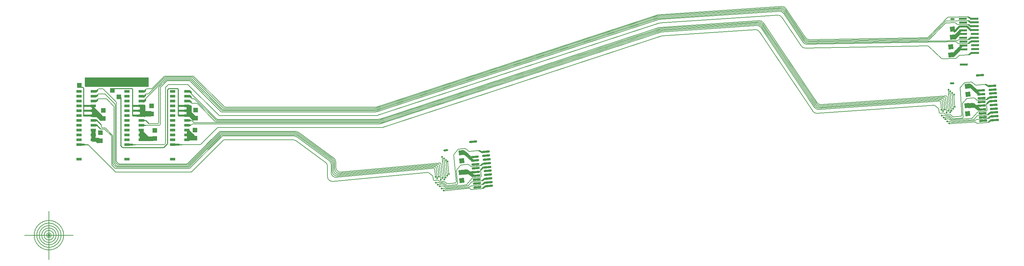
<source format=gbr>
*
G4_C Author: OrCAD GerbTool(tm) 8.1.1 Wed Jun 18 20:29:13 2003*
%LPD*%
%FSLAX34Y34*%
%MOIN*%
%AD*%
%AMD25R98*
20,1,0.025000,0.000000,-0.035000,0.000000,0.035000,98.600000*
%
%AMD10R98*
20,1,0.050000,-0.025000,0.000000,0.025000,0.000000,98.600000*
%
%AMD25R98N2*
20,1,0.025000,0.000000,-0.035000,0.000000,0.035000,98.600000*
%
%AMD10R98N2*
20,1,0.050000,-0.025000,0.000000,0.025000,0.000000,98.600000*
%
%AMD25R86*
20,1,0.025000,0.000000,-0.035000,0.000000,0.035000,86.080000*
%
%AMD10R86*
20,1,0.050000,-0.025000,0.000000,0.025000,0.000000,86.080000*
%
%AMD16R5*
20,1,0.025000,-0.035000,0.000000,0.035000,0.000000,5.450000*
%
%AMD10R5*
20,1,0.050000,-0.025000,0.000000,0.025000,0.000000,5.450000*
%
%AMD16R5N2*
20,1,0.025000,-0.035000,0.000000,0.035000,0.000000,5.450000*
%
%AMD10R5N2*
20,1,0.050000,-0.025000,0.000000,0.025000,0.000000,5.450000*
%
%AMD32R3*
20,1,0.025000,0.034920,-0.002390,-0.034920,0.002390,3.950000*
%
%AMD33R3*
20,1,0.050000,-0.001710,-0.024940,0.001710,0.024940,3.950000*
%
%AMD32R3N2*
20,1,0.025000,0.034920,-0.002390,-0.034920,0.002390,3.910000*
%
%AMD33R3N2*
20,1,0.050000,-0.001710,-0.024940,0.001710,0.024940,3.910000*
%
%AMD32R3N3*
20,1,0.025000,0.034920,-0.002390,-0.034920,0.002390,3.920000*
%
%AMD33R3N3*
20,1,0.050000,-0.001710,-0.024940,0.001710,0.024940,3.920000*
%
%AMD29R84*
20,1,0.022000,0.000000,-0.040000,0.000000,0.040000,84.000000*
%
%AMD54R84*
20,1,0.050000,-0.025000,0.000000,0.025000,0.000000,84.000000*
%
%AMD56R11*
20,1,0.022000,0.039780,-0.004180,-0.039780,0.004180,11.300000*
%
%AMD57R11*
20,1,0.050000,-0.002610,-0.024860,0.002610,0.024860,11.300000*
%
%AMD257R1*
20,1,0.022000,-0.040000,0.000000,0.040000,0.000000,1.000000*
%
%AMD54R1*
20,1,0.050000,-0.025000,0.000000,0.025000,0.000000,1.000000*
%
%AMD257R1N2*
20,1,0.022000,-0.040000,0.000000,0.040000,0.000000,1.000000*
%
%AMD54R1N2*
20,1,0.050000,-0.025000,0.000000,0.025000,0.000000,1.000000*
%
%AMD62R1*
20,1,0.022000,-0.039990,-0.000700,0.039990,0.000700,1.000000*
%
%AMD63R1*
20,1,0.050000,-0.025000,-0.000440,0.025000,0.000440,1.000000*
%
%AMD64R1*
20,1,0.022000,-0.039970,-0.001400,0.039970,0.001400,1.000000*
%
%AMD65R1*
20,1,0.050000,-0.024990,-0.000880,0.024990,0.000880,1.000000*
%
%AMD66R1*
20,1,0.022000,-0.039940,-0.002100,0.039940,0.002100,1.000000*
%
%AMD67R1*
20,1,0.050000,-0.024970,-0.001320,0.024970,0.001320,1.000000*
%
%ADD10R,0.050000X0.050000*%
%ADD11C,0.006000*%
%ADD12C,0.019000*%
%ADD13C,0.007900*%
%ADD14C,0.005000*%
%ADD15C,0.000800*%
%ADD16R,0.070000X0.025000*%
%ADD17R,0.068000X0.023000*%
%ADD18C,0.006000*%
%ADD19C,0.009800*%
%ADD20C,0.010000*%
%ADD21C,0.030000*%
%ADD22C,0.060000*%
%ADD23C,0.035000*%
%ADD24C,0.055000*%
%ADD25R,0.025000X0.070000*%
%ADD26C,0.010000*%
%ADD27R,0.029000X0.058000*%
%ADD28R,0.031000X0.060000*%
%ADD29R,0.022000X0.080000*%
%ADD30R,0.024000X0.082000*%
%ADD31D10R98N2*%
%ADD32D25R86*%
%ADD33D10R86*%
%ADD34D16R5*%
%ADD35D10R5*%
%ADD36D16R5N2*%
%ADD37D10R5N2*%
%ADD38D25R98N2*%
%ADD39D10R98N2*%
%ADD40D25R86*%
%ADD41D10R86*%
%ADD42D16R5*%
%ADD43D10R5*%
%ADD44D16R5N2*%
%ADD45D10R5N2*%
%ADD46D32R3*%
%ADD47D33R3*%
%ADD48R,0.070000X0.025000*%
%ADD49D33R3N2*%
%ADD50C,0.011000*%
%ADD51C,0.036000*%
%ADD52C,0.015000*%
%ADD53R,0.070000X0.025000*%
%ADD54R,0.050000X0.050000*%
%ADD55C,0.010000*%
%ADD56D29R84*%
%ADD57D54R84*%
%ADD58D56R11*%
%ADD59D57R11*%
%ADD60D257R1*%
%ADD61D54R1*%
%ADD62D257R1N2*%
%ADD63D54R1N2*%
%ADD64D62R1*%
%ADD65D63R1*%
%ADD66D64R1*%
%ADD67D65R1*%
%ADD68D66R1*%
%ADD69D67R1*%
%ADD256R,0.058000X0.029000*%
%ADD257R,0.080000X0.022000*%
G4_C OrCAD GerbTool Tool List *
G4_D50 1 0.0110 T 0 0*
G4_D51 3 0.0360 T 0 0*
G4_D52 2 0.0150 T 0 0*
G54D14*
G1X-2258Y-8472D2*
G1X-2258Y-3472D1*
G1X-4758Y-5972D2*
G1X242Y-5972D1*
G1X-2258Y-8472D2*
G1X-2258Y-3472D1*
G1X-4758Y-5972D2*
G1X242Y-5972D1*
G1X-2258Y-6722D2*
G3X-1508Y-5972I0J750D1*
G1X-3008Y-5972D2*
G3X-2258Y-6722I750J0D1*
G1X-2258Y-5222D2*
G3X-3008Y-5972I0J750D1*
G1X-1508Y-5972D2*
G3X-2258Y-5222I750J0D1*
G1X-2258Y-6722D2*
G3X-1508Y-5972I0J750D1*
G1X-3008Y-5972D2*
G3X-2258Y-6722I750J0D1*
G1X-2258Y-5222D2*
G3X-3008Y-5972I0J750D1*
G1X-1508Y-5972D2*
G3X-2258Y-5222I750J0D1*
G1X-2258Y-6222D2*
G3X-2008Y-5972I0J250D1*
G1X-2508Y-5972D2*
G3X-2258Y-6222I250J0D1*
G1X-2258Y-5722D2*
G3X-2508Y-5972I0J250D1*
G1X-2008Y-5972D2*
G3X-2258Y-5722I250J0D1*
G1X-2258Y-6972D2*
G3X-1258Y-5972I0J1000D1*
G1X-3258Y-5972D2*
G3X-2258Y-6972I1000J0D1*
G1X-2258Y-4972D2*
G3X-3258Y-5972I0J1000D1*
G1X-1258Y-5972D2*
G3X-2258Y-4972I1000J0D1*
G1X-2258Y-7492D2*
G3X-738Y-5972I0J1520D1*
G1X-3778Y-5972D2*
G3X-2258Y-7492I1520J0D1*
G1X-2258Y-4451D2*
G3X-3779Y-5972I0J1521D1*
G1X-737Y-5972D2*
G3X-2258Y-4451I1521J0D1*
G1X-2258Y-6472D2*
G3X-1758Y-5972I0J500D1*
G1X-2758Y-5972D2*
G3X-2258Y-6472I500J0D1*
G1X-2258Y-5472D2*
G3X-2758Y-5972I0J500D1*
G1X-1758Y-5972D2*
G3X-2258Y-5472I500J0D1*
G1X-2258Y-6972D2*
G3X-1258Y-5972I0J1000D1*
G1X-3258Y-5972D2*
G3X-2258Y-6972I1000J0D1*
G1X-2258Y-4972D2*
G3X-3258Y-5972I0J1000D1*
G1X-1258Y-5972D2*
G3X-2258Y-4972I1000J0D1*
G1X-2258Y-6222D2*
G3X-2008Y-5972I0J250D1*
G1X-2508Y-5972D2*
G3X-2258Y-6222I250J0D1*
G1X-2258Y-5722D2*
G3X-2508Y-5972I0J250D1*
G1X-2008Y-5972D2*
G3X-2258Y-5722I250J0D1*
G1X-2258Y-7222D2*
G3X-1008Y-5972I0J1250D1*
G1X-3508Y-5972D2*
G3X-2258Y-7222I1250J0D1*
G1X-2258Y-4722D2*
G3X-3508Y-5972I0J1250D1*
G1X-1008Y-5972D2*
G3X-2258Y-4722I1250J0D1*
G1X-2258Y-7492D2*
G3X-738Y-5972I0J1520D1*
G1X-3778Y-5972D2*
G3X-2258Y-7492I1520J0D1*
G1X-2258Y-4451D2*
G3X-3779Y-5972I0J1521D1*
G1X-737Y-5972D2*
G3X-2258Y-4451I1521J0D1*
G1X-2258Y-6472D2*
G3X-1758Y-5972I0J500D1*
G1X-2758Y-5972D2*
G3X-2258Y-6472I500J0D1*
G1X-2258Y-5472D2*
G3X-2758Y-5972I0J500D1*
G1X-1758Y-5972D2*
G3X-2258Y-5472I500J0D1*
G1X-2258Y-7222D2*
G3X-1008Y-5972I0J1250D1*
G1X-3508Y-5972D2*
G3X-2258Y-7222I1250J0D1*
G1X-2258Y-4722D2*
G3X-3508Y-5972I0J1250D1*
G1X-1008Y-5972D2*
G3X-2258Y-4722I1250J0D1*
G54D21*
G1X-2258Y-5972D3*
G1X11932Y5875D2*
G54D20*
G1X12181Y5874D1*
G1X11931Y5375D2*
G1X12181Y5375D1*
G1X11706Y5375D2*
G54D11*
G1X12319Y5375D1*
G75*
G3X12389Y5403I0J100D1*
G74*
G1X13037Y7604D2*
G75*
G3X12966Y7634I-71J-71D1*
G74*
G1X15461Y4349D2*
G1X13994Y2882D1*
G1X13358Y3404D2*
G75*
G2X13289Y3375I-71J71D1*
G74*
G1X12169Y5875D2*
G1X11706Y5875D1*
G1X12600Y5964D2*
G54D12*
G1X11992Y6572D1*
G1X12598Y6178D2*
G1X11990Y6785D1*
G1X12711Y6258D2*
G1X12103Y6866D1*
G1X11992Y6431D2*
G1X11992Y7291D1*
G1X12182Y6484D2*
G1X12181Y7344D1*
G1X12339Y6484D2*
G1X12339Y7344D1*
G1X11469Y6876D2*
G1X12329Y6876D1*
G1X12915Y6099D2*
G1X12307Y6708D1*
G1X12626Y4300D2*
G1X12018Y4908D1*
G1X12662Y4109D2*
G1X12054Y4717D1*
G1X12054Y3903D2*
G1X12053Y4763D1*
G1X12557Y4026D2*
G1X12207Y4026D1*
G1X12526Y4152D2*
G1X12176Y4152D1*
G1X12514Y4339D2*
G1X12164Y4339D1*
G1X12496Y4422D2*
G1X12146Y4423D1*
G1X6330Y3375D2*
G1X5780Y3375D1*
G1X6627Y3374D2*
G54D20*
G1X6230Y3374D1*
G1X1695Y10071D2*
G54D10*
G1X7769Y10071D1*
G1X7769Y9614D2*
G1X1695Y9614D1*
G1X5353Y3076D2*
G75*
G54D19*
G2X5283Y3105I0J100D1*
G74*
G1X5164Y3224D1*
G75*
G2X5134Y3295I71J71D1*
G74*
G54D54*
G1X4278Y8978D3*
G1X5134Y3295D2*
G54D19*
G1X5134Y8276D1*
G54D54*
G1X4935Y8329D3*
G1X11429Y3376D2*
G54D20*
G1X11032Y3376D1*
G1X11131Y3376D2*
G54D12*
G1X10582Y3376D1*
G1X9642Y3405D2*
G75*
G54D11*
G2X9571Y3376I-71J71D1*
G74*
G1X9700Y3463D2*
G75*
G3X9729Y3533I-71J71D1*
G74*
G1X9729Y9234D1*
G75*
G2X9758Y9305I100J0D1*
G74*
G1X10128Y9184D2*
G75*
G54D19*
G3X10057Y9155I0J-100D1*
G74*
G1X9982Y9079D1*
G1X9953Y9008D2*
G75*
G2X9982Y9079I100J0D1*
G74*
G1X9953Y3516D2*
G1X9953Y9008D1*
G1X9923Y3446D2*
G75*
G3X9953Y3516I-71J71D1*
G74*
G1X9584Y3106D2*
G75*
G2X9513Y3077I-71J71D1*
G74*
G1X7196Y8770D2*
G54D11*
G1X7326Y8875D1*
G1X7197Y8982D1*
G1X7201Y8876D2*
G1X7326Y8875D1*
G1X7195Y8270D2*
G1X7325Y8376D1*
G1X7196Y8482D1*
G1X7200Y8376D2*
G1X7325Y8376D1*
G1X7198Y8981D2*
G1X7322Y8980D1*
G1X7198Y8964D2*
G1X7198Y8809D1*
G1X7329Y8875D2*
G1X7200Y8981D1*
G1X7204Y8875D2*
G1X7329Y8875D1*
G1X7330Y8875D2*
G1X7200Y8768D1*
G1X7182Y8481D2*
G1X7307Y8481D1*
G1X7203Y8376D2*
G1X7328Y8376D1*
G1X7198Y8465D2*
G1X7198Y8311D1*
G1X7198Y8270D2*
G1X7328Y8376D1*
G1X7326Y8376D2*
G1X7197Y8482D1*
G1X7206Y8875D2*
G1X7330Y8875D1*
G1X7198Y7771D2*
G1X7328Y7877D1*
G1X7158Y7982D2*
G1X7283Y7982D1*
G1X7203Y7877D2*
G1X7328Y7877D1*
G1X7198Y7982D1*
G1X7328Y7877D2*
G1X7203Y7877D1*
G1X7130Y5875D2*
G54D20*
G1X7380Y5875D1*
G1X6701Y6876D2*
G54D12*
G1X7561Y6876D1*
G1X7320Y6344D2*
G1X6796Y6344D1*
G1X7211Y6401D2*
G1X7212Y6860D1*
G1X7836Y3978D2*
G1X7162Y3978D1*
G1X7271Y3873D2*
G1X7272Y4332D1*
G1X7379Y6380D2*
G1X7380Y6839D1*
G1X7207Y6956D2*
G1X7208Y7415D1*
G1X7397Y6959D2*
G1X7397Y7418D1*
G1X7208Y7466D2*
G54D20*
G1X7458Y7466D1*
G1X7560Y6960D2*
G54D12*
G1X7559Y7419D1*
G1X7325Y7462D2*
G54D20*
G1X7575Y7462D1*
G1X8558Y3917D2*
G54D12*
G1X7882Y3917D1*
G1X8491Y4104D2*
G1X7816Y4104D1*
G1X7159Y3865D2*
G1X7159Y4324D1*
G1X7955Y4117D2*
G1X7165Y4907D1*
G1X7965Y3883D2*
G1X7175Y4674D1*
G1X7847Y3846D2*
G1X7173Y3846D1*
G1X8455Y3846D2*
G1X7779Y3846D1*
G1X7876Y4102D2*
G1X7200Y4102D1*
G1X7425Y4030D2*
G1X7424Y4489D1*
G1X7255Y4253D2*
G1X7256Y4712D1*
G1X7160Y4318D2*
G1X7160Y4777D1*
G1X6950Y6374D2*
G1X6400Y6374D1*
G1X6947Y6874D2*
G1X6397Y6874D1*
G1X6947Y7376D2*
G1X6397Y7376D1*
G1X1381Y3376D2*
G1X831Y3376D1*
G54D54*
G1X884Y9509D3*
G1X689Y9311D2*
G54D19*
G1X1200Y9311D1*
G75*
G2X1300Y9211I0J-100D1*
G74*
G1X1300Y6374D1*
G1X2181Y5876D2*
G54D20*
G1X2432Y5876D1*
G1X2181Y5376D2*
G1X2431Y5376D1*
G1X2101Y7387D2*
G54D12*
G1X3185Y6302D1*
G1X2262Y6401D2*
G1X2262Y6860D1*
G1X2269Y6749D2*
G1X2268Y7208D1*
G1X2875Y3794D2*
G1X2199Y3795D1*
G1X2887Y3979D2*
G1X2212Y3979D1*
G1X15079Y5996D2*
G75*
G54D11*
G2X15009Y6025I0J100D1*
G74*
G1X14937Y5905D2*
G75*
G3X15007Y5876I71J71D1*
G74*
G1X14926Y5756D2*
G75*
G2X14856Y5785I0J100D1*
G74*
G1X15061Y5107D2*
G1X13358Y3404D1*
G1X15131Y5136D2*
G75*
G3X15061Y5107I0J-100D1*
G74*
G1X15302Y4727D2*
G1X13955Y3381D1*
G1X15372Y4756D2*
G75*
G3X15302Y4727I0J-100D1*
G74*
G1X15360Y4607D2*
G75*
G2X15430Y4636I71J-71D1*
G74*
G1X15487Y4516D2*
G75*
G3X15417Y4487I0J-100D1*
G74*
G1X15479Y4367D2*
G75*
G2X15549Y4396I71J-71D1*
G74*
G1X15554Y4247D2*
G1X14145Y2836D1*
G1X15625Y4276D2*
G75*
G3X15554Y4247I0J-100D1*
G74*
G1X15750Y3867D2*
G75*
G2X15820Y3896I71J-71D1*
G74*
G1X12254Y946D2*
G1X15464Y4159D1*
G1X12184Y917D2*
G75*
G3X12254Y946I0J100D1*
G74*
G1X15479Y4367D2*
G1X12180Y1066D1*
G75*
G2X12110Y1037I-71J71D1*
G74*
G1X12117Y1186D2*
G1X15417Y4487D1*
G1X12047Y1157D2*
G75*
G3X12117Y1186I0J100D1*
G74*
G1X15360Y4607D2*
G1X12060Y1306D1*
G75*
G2X11990Y1277I-71J71D1*
G74*
G1X12002Y1426D2*
G1X15133Y4558D1*
G1X11932Y1397D2*
G75*
G3X12002Y1426I0J100D1*
G74*
G1X10015Y9562D2*
G1X9758Y9305D1*
G1X10085Y9591D2*
G75*
G3X10015Y9562I0J-100D1*
G74*
G1X9863Y9944D2*
G75*
G2X9933Y9973I71J-71D1*
G74*
G1X9791Y10064D2*
G75*
G2X9861Y10093I71J-71D1*
G74*
G1X9727Y10184D2*
G75*
G2X9797Y10213I71J-71D1*
G74*
G1X9670Y10304D2*
G75*
G2X9740Y10333I71J-71D1*
G74*
G1X9613Y10424D2*
G75*
G2X9683Y10453I71J-71D1*
G74*
G1X9613Y10424D2*
G1X8353Y9164D1*
G1X6320Y3375D2*
G1X9571Y3375D1*
G1X9641Y3404D2*
G1X9700Y3463D1*
G1X9571Y3375D2*
G75*
G3X9641Y3404I0J100D1*
G74*
G1X9923Y3446D2*
G54D19*
G1X9583Y3105D1*
G1X9513Y3076D2*
G1X5353Y3076D1*
G1X9583Y3105D2*
G75*
G2X9513Y3076I-71J71D1*
G74*
G1X11932Y1397D2*
G54D11*
G1X4983Y1397D1*
G75*
G2X4913Y1426I0J100D1*
G74*
G1X4884Y1277D2*
G1X11990Y1277D1*
G1X4813Y1306D2*
G75*
G3X4884Y1277I71J71D1*
G74*
G1X12047Y1157D2*
G1X4787Y1157D1*
G75*
G2X4717Y1186I0J100D1*
G74*
G1X4711Y1037D2*
G1X12110Y1037D1*
G1X4641Y1066D2*
G75*
G3X4711Y1037I71J71D1*
G74*
G1X12184Y917D2*
G1X4612Y917D1*
G75*
G2X4542Y946I0J100D1*
G74*
G1X4228Y1260D1*
G75*
G2X4199Y1330I71J71D1*
G74*
G1X4641Y1066D2*
G1X4348Y1359D1*
G75*
G2X4319Y1429I71J71D1*
G74*
G1X4717Y1186D2*
G1X4468Y1435D1*
G75*
G2X4439Y1505I71J71D1*
G74*
G1X4813Y1306D2*
G1X4588Y1533D1*
G75*
G2X4559Y1603I71J71D1*
G74*
G1X4913Y1426D2*
G1X4713Y1626D1*
G75*
G2X4684Y1696I71J71D1*
G74*
G1X4199Y4234D2*
G1X4199Y1330D1*
G1X4170Y4304D2*
G75*
G2X4199Y4234I-71J-71D1*
G74*
G1X4319Y1429D2*
G1X4319Y4284D1*
G75*
G3X4290Y4354I-100J0D1*
G74*
G1X3561Y5084D1*
G1X3490Y5113D2*
G75*
G2X3561Y5084I0J-100D1*
G74*
G1X4439Y1505D2*
G1X4439Y7280D1*
G75*
G3X4410Y7350I-100J0D1*
G74*
G1X4559Y7501D2*
G1X4559Y1603D1*
G1X4530Y7571D2*
G75*
G2X4559Y7501I-71J-71D1*
G74*
G1X4684Y1696D2*
G1X4684Y7733D1*
G75*
G3X4655Y7803I-100J0D1*
G74*
G1X4410Y7350D2*
G1X3658Y8102D1*
G75*
G3X3588Y8131I-71J-71D1*
G74*
G1X3497Y8602D2*
G1X4530Y7571D1*
G1X3427Y8631D2*
G75*
G2X3497Y8602I0J-100D1*
G74*
G1X4655Y7803D2*
G1X3351Y9107D1*
G75*
G3X3281Y9136I-71J-71D1*
G74*
G1X1281Y3375D2*
G54D20*
G1X1778Y3375D1*
G1X11748Y6374D2*
G54D12*
G1X11098Y6374D1*
G1X11746Y6875D2*
G1X11097Y6875D1*
G1X11748Y7374D2*
G1X11099Y7374D1*
G1X13289Y3375D2*
G54D11*
G1X11428Y3375D1*
G1X6351Y6374D2*
G54D19*
G1X6351Y9078D1*
G1X6251Y9178D2*
G1X4250Y9178D1*
G1X6351Y9078D2*
G75*
G3X6251Y9178I-100J0D1*
G74*
G1X4578Y566D2*
G54D11*
G1X1798Y3347D1*
G1X4648Y537D2*
G75*
G2X4578Y566I0J100D1*
G74*
G1X4648Y537D2*
G1X12379Y537D1*
G1X12449Y566D2*
G1X15750Y3867D1*
G1X12379Y537D2*
G75*
G3X12449Y566I0J100D1*
G74*
G1X12389Y5403D2*
G1X12471Y5486D1*
G1X12471Y5486D2*
G75*
G2X12542Y5516I71J-70D1*
G74*
G54D256*
G1X11940Y3873D3*
G1X11941Y4374D3*
G1X11939Y4874D3*
G1X11939Y5374D3*
G1X11940Y5873D3*
G1X11940Y6373D3*
G1X11940Y6873D3*
G1X11939Y7374D3*
G1X11939Y7874D3*
G1X11939Y8375D3*
G1X11940Y8875D3*
G1X10471Y8876D3*
G1X10470Y8376D3*
G1X10469Y7875D3*
G1X10469Y7376D3*
G1X10469Y6876D3*
G1X10469Y6375D3*
G1X10470Y5875D3*
G1X10470Y5376D3*
G1X10469Y4875D3*
G1X10470Y4376D3*
G1X10469Y3876D3*
G1X10470Y3376D3*
G1X10468Y1876D3*
G1X12283Y7770D2*
G54D11*
G1X12409Y7771D1*
G1X12223Y7981D2*
G1X12353Y7874D1*
G1X12276Y7831D2*
G1X12402Y7831D1*
G1X12183Y7770D2*
G1X12308Y7770D1*
G1X12279Y7798D2*
G1X12405Y7798D1*
G1X12278Y7829D2*
G1X12408Y7723D1*
G1X12280Y7821D2*
G1X12281Y7929D1*
G1X12228Y7875D2*
G1X12353Y7874D1*
G1X12319Y7875D2*
G75*
G2X12419Y7775I0J-100D1*
G74*
G1X12419Y7720D1*
G1X12353Y7874D2*
G1X12223Y7769D1*
G1X12353Y7874D2*
G1X12229Y7875D1*
G1X12419Y7734D2*
G1X12419Y7678D1*
G1X12442Y7656D2*
G1X12243Y7817D1*
G1X12504Y7634D2*
G75*
G2X12442Y7656I0J101D1*
G74*
G1X12222Y8482D2*
G1X12351Y8375D1*
G1X12221Y8269D1*
G1X12241Y8299D2*
G1X12242Y8453D1*
G1X12279Y8321D2*
G1X12278Y8430D1*
G1X12226Y8376D2*
G1X12351Y8375D1*
G1X12208Y8270D2*
G1X12333Y8271D1*
G1X12282Y8322D2*
G1X12281Y8430D1*
G1X12229Y8376D2*
G1X12354Y8376D1*
G1X12273Y8296D2*
G1X12399Y8296D1*
G1X12225Y8482D2*
G1X12354Y8376D1*
G1X12420Y8276D2*
G1X12420Y8221D1*
G1X12279Y8321D2*
G1X12408Y8216D1*
G1X12244Y8299D2*
G1X12245Y8452D1*
G1X12320Y8375D2*
G75*
G2X12420Y8276I0J-100D1*
G74*
G1X12269Y8331D2*
G1X12394Y8331D1*
G1X12352Y8376D2*
G1X12222Y8269D1*
G1X12421Y8232D2*
G1X12421Y8177D1*
G1X12287Y8349D2*
G1X12417Y8243D1*
G1X12261Y8304D2*
G1X12451Y8150D1*
G75*
G3X12515Y8127I63J79D1*
G74*
G1X12222Y8981D2*
G1X12352Y8875D1*
G1X12222Y8769D1*
G1X12280Y8821D2*
G1X12279Y8929D1*
G1X12228Y8875D2*
G1X12352Y8875D1*
G1X12223Y8770D2*
G1X12348Y8770D1*
G1X12284Y8822D2*
G1X12283Y8930D1*
G1X12262Y8829D2*
G1X12387Y8830D1*
G1X12266Y8791D2*
G1X12390Y8791D1*
G1X12419Y8719D2*
G1X12289Y8825D1*
G1X12321Y8876D2*
G75*
G2X12421Y8776I0J-100D1*
G74*
G1X12294Y8817D2*
G1X12422Y8688D1*
G1X12355Y8876D2*
G1X12225Y8770D1*
G1X12231Y8875D2*
G1X12355Y8876D1*
G1X12356Y8876D2*
G1X12226Y8981D1*
G1X12412Y8760D2*
G1X12282Y8866D1*
G1X12423Y8723D2*
G1X12422Y8668D1*
G1X12397Y8785D2*
G1X12268Y8891D1*
G1X12232Y8875D2*
G1X12356Y8876D1*
G1X15009Y6025D2*
G1X12450Y8583D1*
G1X12421Y8654D2*
G1X12421Y8776D1*
G1X12450Y8583D2*
G75*
G2X12421Y8654I71J71D1*
G74*
G1X12239Y8802D2*
G1X12239Y8925D1*
G1X12423Y8662D2*
G1X12244Y8807D1*
G1X14937Y5905D2*
G1X12745Y8098D1*
G1X12675Y8127D2*
G1X12515Y8127D1*
G1X12745Y8098D2*
G75*
G3X12675Y8127I-71J-71D1*
G74*
G1X14856Y5785D2*
G1X13036Y7605D1*
G1X12966Y7634D2*
G1X12504Y7634D1*
G1X13036Y7605D2*
G75*
G3X12966Y7634I-71J-71D1*
G74*
G1X12136Y7918D2*
G1X12262Y7918D1*
G1X12263Y5376D2*
G54D12*
G1X11913Y5376D1*
G1X12288Y5867D2*
G1X11938Y5867D1*
G1X11050Y6375D2*
G54D19*
G1X11050Y9084D1*
G1X10950Y9184D2*
G1X10128Y9184D1*
G1X11050Y9084D2*
G75*
G3X10950Y9184I-100J0D1*
G74*
G1X12391Y5863D2*
G54D11*
G1X12266Y5863D1*
G1X12461Y5834D2*
G75*
G3X12391Y5863I-70J-71D1*
G74*
G1X12633Y5665D2*
G1X12461Y5834D1*
G1X12703Y5636D2*
G75*
G2X12633Y5665I0J100D1*
G74*
G1X11786Y3901D2*
G54D12*
G1X12546Y3901D1*
G1X11695Y6347D2*
G1X12465Y6347D1*
G1X12338Y7345D2*
G1X11822Y7345D1*
G54D54*
G1X12778Y4055D3*
G1X12777Y4895D3*
G1X12855Y6119D3*
G1X12854Y6959D3*
G54D256*
G1X7251Y3874D3*
G1X7252Y4375D3*
G1X7250Y4875D3*
G1X7250Y5375D3*
G1X7251Y5874D3*
G1X7251Y6374D3*
G1X7251Y6874D3*
G1X7250Y7375D3*
G1X5782Y8876D3*
G1X5781Y8376D3*
G1X5780Y7875D3*
G1X5780Y7376D3*
G1X5780Y6876D3*
G1X5780Y6375D3*
G1X5781Y5875D3*
G1X5781Y5376D3*
G1X5780Y4875D3*
G1X5781Y4376D3*
G1X5780Y3876D3*
G1X5781Y3376D3*
G1X5779Y1876D3*
G1X7536Y8953D2*
G54D11*
G1X7535Y8799D1*
G1X7572Y8929D2*
G1X7573Y8822D1*
G1X7534Y8453D2*
G1X7534Y8298D1*
G1X7571Y8430D2*
G1X7571Y8322D1*
G1X7748Y9112D2*
G1X7570Y8966D1*
G1X7811Y9135D2*
G75*
G3X7748Y9112I0J-101D1*
G74*
G1X7576Y8929D2*
G1X7577Y8821D1*
G1X7555Y8921D2*
G1X7680Y8921D1*
G1X7558Y8960D2*
G1X7683Y8960D1*
G1X7713Y9032D2*
G1X7583Y8926D1*
G1X7715Y8975D2*
G1X7714Y9034D1*
G1X7614Y8875D2*
G75*
G3X7715Y8975I0J100D1*
G74*
G1X7587Y8933D2*
G1X7716Y9063D1*
G1X7540Y8952D2*
G1X7539Y8798D1*
G1X7705Y8991D2*
G1X7575Y8885D1*
G1X7715Y9027D2*
G1X7715Y9083D1*
G1X7690Y8966D2*
G1X7560Y8859D1*
G1X7575Y8429D2*
G1X7574Y8322D1*
G1X7567Y8456D2*
G1X7691Y8455D1*
G1X7714Y8476D2*
G1X7713Y8531D1*
G1X7571Y8430D2*
G1X7702Y8535D1*
G1X7537Y8453D2*
G1X7537Y8299D1*
G1X7613Y8376D2*
G75*
G3X7714Y8476I0J100D1*
G74*
G1X7562Y8421D2*
G1X7687Y8421D1*
G1X7715Y8520D2*
G1X7714Y8574D1*
G1X7580Y8403D2*
G1X7710Y8509D1*
G1X7577Y7981D2*
G1X7702Y7981D1*
G1X7537Y7954D2*
G1X7538Y7799D1*
G1X7570Y7921D2*
G1X7696Y7921D1*
G1X7573Y7954D2*
G1X7698Y7954D1*
G1X7572Y7923D2*
G1X7702Y8029D1*
G1X7575Y7931D2*
G1X7574Y7823D1*
G1X7613Y7877D2*
G75*
G3X7714Y7977I0J100D1*
G74*
G1X7713Y8032D1*
G1X7554Y8448D2*
G1X7744Y8601D1*
G75*
G2X7808Y8625I64J-78D1*
G74*
G54D256*
G1X7250Y8375D3*
G1X7250Y8875D3*
G1X7250Y7874D3*
G1X7811Y9135D2*
G54D11*
G1X8281Y9135D1*
G1X8352Y9164D2*
G1X9533Y10344D1*
G1X8281Y9135D2*
G75*
G3X8352Y9164I0J100D1*
G74*
G1X9670Y10304D2*
G1X8021Y8654D1*
G1X7950Y8625D2*
G1X7808Y8625D1*
G1X8021Y8654D2*
G75*
G2X7950Y8625I-71J71D1*
G74*
G1X7713Y8018D2*
G1X7713Y8128D1*
G1X7742Y8198D2*
G1X9727Y10184D1*
G1X7713Y8128D2*
G75*
G2X7742Y8198I100J0D1*
G74*
G1X7704Y8120D2*
G1X7506Y7959D1*
G1X7691Y8064D2*
G1X7493Y7903D1*
G1X7545Y7792D2*
G1X7675Y7898D1*
G1X7513Y7764D2*
G1X7643Y7870D1*
G1X7550Y8295D2*
G1X7680Y8401D1*
G1X7510Y8262D2*
G1X7640Y8368D1*
G1X7545Y8790D2*
G1X7675Y8896D1*
G1X7516Y8765D2*
G1X7646Y8871D1*
G1X7700Y5375D2*
G54D20*
G1X7130Y5375D1*
G1X7230Y5375D2*
G54D12*
G1X7550Y5375D1*
G1X7560Y6858D2*
G1X7560Y7317D1*
G1X7560Y6816D2*
G1X7560Y6326D1*
G1X7700Y5874D2*
G54D20*
G1X7179Y5874D1*
G1X7255Y5874D2*
G54D12*
G1X7550Y5874D1*
G1X8006Y5569D2*
G54D20*
G1X7702Y5874D1*
G1X8077Y5540D2*
G75*
G54D11*
G2X8006Y5569I0J100D1*
G74*
G1X8947Y5540D2*
G1X8077Y5540D1*
G1X9047Y5640D2*
G75*
G2X8947Y5540I-100J0D1*
G74*
G1X7607Y5374D2*
G1X9097Y5374D1*
G75*
G3X9197Y5474I0J100D1*
G74*
G1X9197Y9237D1*
G1X9226Y9308D2*
G1X9863Y9944D1*
G1X9197Y9237D2*
G75*
G2X9226Y9308I100J0D1*
G74*
G1X9047Y5640D2*
G1X9047Y9279D1*
G1X9076Y9350D2*
G1X9791Y10064D1*
G1X9047Y9279D2*
G75*
G2X9076Y9350I100J0D1*
G74*
G54D54*
G1X8647Y4001D3*
G1X8646Y4841D3*
G1X8225Y6384D2*
G54D12*
G1X7655Y6384D1*
G1X8240Y6567D2*
G1X7670Y6567D1*
G1X8247Y6747D2*
G1X7677Y6747D1*
G54D54*
G1X8316Y6543D3*
G1X8315Y7383D3*
G54D256*
G1X2322Y3872D3*
G1X2323Y4373D3*
G1X2321Y4873D3*
G1X2321Y5373D3*
G1X2322Y5872D3*
G1X2322Y6372D3*
G1X2322Y6872D3*
G1X2321Y7373D3*
G1X852Y8875D3*
G1X851Y8375D3*
G1X850Y7874D3*
G1X850Y7375D3*
G1X850Y6875D3*
G1X850Y6374D3*
G1X851Y5874D3*
G1X851Y5375D3*
G1X850Y4874D3*
G1X851Y4375D3*
G1X850Y3875D3*
G1X851Y3375D3*
G1X850Y1874D3*
G1X2587Y8771D2*
G54D11*
G1X2717Y8877D1*
G1X2588Y8983D1*
G1X2607Y8954D2*
G1X2607Y8800D1*
G1X2645Y8930D2*
G1X2644Y8823D1*
G1X2592Y8877D2*
G1X2717Y8877D1*
G1X2586Y8271D2*
G1X2717Y8377D1*
G1X2586Y8482D1*
G1X2606Y8454D2*
G1X2607Y8299D1*
G1X2644Y8431D2*
G1X2643Y8323D1*
G1X2591Y8377D2*
G1X2717Y8377D1*
G1X2588Y8982D2*
G1X2713Y8982D1*
G1X2589Y8965D2*
G1X2590Y8810D1*
G1X2649Y8930D2*
G1X2648Y8821D1*
G1X2627Y8922D2*
G1X2752Y8922D1*
G1X2630Y8961D2*
G1X2756Y8961D1*
G1X2784Y9033D2*
G1X2655Y8927D1*
G1X2787Y8976D2*
G1X2787Y9035D1*
G1X2686Y8876D2*
G75*
G3X2787Y8976I0J100D1*
G74*
G1X2659Y8934D2*
G1X2788Y9064D1*
G1X2720Y8876D2*
G1X2590Y8982D1*
G1X2595Y8876D2*
G1X2720Y8876D1*
G1X2721Y8876D2*
G1X2591Y8769D1*
G1X2611Y8953D2*
G1X2611Y8799D1*
G1X2778Y8992D2*
G1X2648Y8886D1*
G1X2787Y9028D2*
G1X2787Y9084D1*
G1X2762Y8967D2*
G1X2632Y8860D1*
G1X2573Y8482D2*
G1X2698Y8482D1*
G1X2647Y8430D2*
G1X2646Y8323D1*
G1X2594Y8377D2*
G1X2719Y8377D1*
G1X2638Y8457D2*
G1X2763Y8456D1*
G1X2589Y8466D2*
G1X2590Y8312D1*
G1X2589Y8271D2*
G1X2719Y8377D1*
G1X2785Y8477D2*
G1X2785Y8532D1*
G1X2644Y8431D2*
G1X2774Y8536D1*
G1X2609Y8454D2*
G1X2610Y8300D1*
G1X2685Y8377D2*
G75*
G3X2785Y8477I0J100D1*
G74*
G1X2634Y8422D2*
G1X2760Y8422D1*
G1X2718Y8377D2*
G1X2587Y8482D1*
G1X2786Y8521D2*
G1X2786Y8576D1*
G1X2653Y8404D2*
G1X2783Y8510D1*
G1X2626Y8449D2*
G1X2756Y8555D1*
G1X2596Y8876D2*
G1X2721Y8876D1*
G1X2649Y7982D2*
G1X2775Y7982D1*
G1X2590Y7772D2*
G1X2720Y7878D1*
G1X2609Y7955D2*
G1X2610Y7800D1*
G1X2642Y7922D2*
G1X2768Y7922D1*
G1X2549Y7983D2*
G1X2674Y7983D1*
G1X2645Y7955D2*
G1X2771Y7955D1*
G1X2644Y7924D2*
G1X2774Y8030D1*
G1X2647Y7932D2*
G1X2646Y7824D1*
G1X2594Y7878D2*
G1X2720Y7878D1*
G1X2686Y7878D2*
G75*
G3X2785Y7978I0J100D1*
G74*
G1X2785Y8033D1*
G1X2720Y7878D2*
G1X2589Y7983D1*
G1X2720Y7878D2*
G1X2594Y7878D1*
G1X2784Y8019D2*
G1X2784Y8074D1*
G54D256*
G1X2321Y7873D3*
G1X2321Y8374D3*
G1X2321Y8874D3*
G1X2609Y7936D2*
G54D11*
G1X2820Y8109D1*
G1X2884Y8131D2*
G1X3588Y8131D1*
G1X2820Y8109D2*
G75*
G2X2884Y8131I63J-78D1*
G74*
G1X2685Y8496D2*
G1X2825Y8609D1*
G1X2888Y8631D2*
G1X3427Y8631D1*
G1X2825Y8609D2*
G75*
G2X2888Y8631I63J-78D1*
G74*
G1X2641Y8967D2*
G1X2820Y9114D1*
G1X2884Y9136D2*
G1X3281Y9136D1*
G1X2820Y9114D2*
G75*
G2X2884Y9136I63J-78D1*
G74*
G1X2150Y6875D2*
G54D12*
G1X1346Y6875D1*
G1X2150Y6374D2*
G1X1346Y6374D1*
G1X2150Y7375D2*
G1X1346Y7375D1*
G1X2901Y6322D2*
G1X2226Y6322D1*
G1X2942Y6507D2*
G1X2267Y6507D1*
G1X4170Y4304D2*
G54D11*
G1X3513Y4961D1*
G75*
G3X3443Y4990I-71J-71D1*
G74*
G1X2281Y5376D2*
G54D12*
G1X2661Y5376D1*
G1X2661Y5876D2*
G1X2281Y5876D1*
G1X2688Y5876D2*
G54D19*
G1X3112Y5452D1*
G1X3443Y4990D2*
G54D11*
G1X3107Y4990D1*
G1X3037Y5019D2*
G54D19*
G1X2681Y5375D1*
G1X3107Y4990D2*
G75*
G54D11*
G2X3037Y5019I0J100D1*
G74*
G1X3490Y5113D2*
G1X3226Y5113D1*
G1X3126Y5213D2*
G1X3126Y5450D1*
G1X3226Y5113D2*
G75*
G2X3126Y5213I0J100D1*
G74*
G54D54*
G1X3034Y3766D3*
G1X3033Y4606D3*
G1X3353Y6070D3*
G1X3352Y6910D3*
G1X3097Y6322D2*
G54D12*
G1X2422Y6322D1*
G1X2821Y6653D2*
G1X2271Y6653D1*
G1X2625Y6392D2*
G1X3103Y5915D1*
G1X2692Y6538D2*
G1X3169Y6061D1*
G1X2211Y3837D2*
G1X2211Y4836D1*
G1X2321Y3874D2*
G1X2321Y4836D1*
G1X2438Y3797D2*
G1X2438Y4836D1*
G1X2307Y4088D2*
G1X2784Y3611D1*
G1X37456Y847D2*
G75*
G54D11*
G3X37347Y938I-100J-9D1*
G74*
G54D12*
G1X38084Y-240D3*
G1X38355Y-1292D2*
G54D11*
G1X38360Y-1344D1*
G1X36851Y479D2*
G75*
G3X36778Y501I-64J-77D1*
G74*
G1X37236Y159D2*
G1X36851Y479D1*
G1X37272Y91D2*
G75*
G3X37236Y159I-100J-9D1*
G74*
G54D12*
G1X38360Y-1345D3*
G1X41090Y2146D2*
G1X40767Y2414D1*
G1X40832Y2365D2*
G1X40509Y2633D1*
G1X40723Y2458D2*
G1X40400Y2726D1*
G1X40776Y2203D2*
G1X40452Y2471D1*
G1X41065Y1963D2*
G1X40742Y2232D1*
G1X41375Y1787D2*
G1X41052Y2056D1*
G1X41310Y1761D2*
G1X40986Y2029D1*
G1X41432Y221D2*
G1X41109Y489D1*
G1X41353Y194D2*
G1X41029Y463D1*
G1X41365Y202D2*
G1X41042Y470D1*
G1X41128Y388D2*
G1X40805Y656D1*
G1X41253Y-1265D2*
G75*
G54D11*
G2X41180Y-1243I-9J100D1*
G74*
G1X41285Y-468D2*
G75*
G3X41217Y-503I9J-100D1*
G74*
G1X41284Y-103D2*
G75*
G2X41352Y-68I77J-64D1*
G74*
G1X41237Y1112D2*
G1X41946Y1177D1*
G1X41164Y1134D2*
G75*
G3X41237Y1112I64J77D1*
G74*
G1X41352Y-68D2*
G1X42145Y6D1*
G75*
G3X42236Y115I-9J100D1*
G74*
G1X41032Y2674D2*
G75*
G2X40959Y2698I-9J100D1*
G74*
G1X40199Y1286D2*
G1X40862Y1348D1*
G1X40935Y1325D2*
G1X41164Y1134D1*
G1X40862Y1348D2*
G75*
G2X40935Y1325I9J-99D1*
G74*
G1X40959Y2698D2*
G1X40655Y2949D1*
G75*
G3X40583Y2972I-64J-77D1*
G74*
G1X39713Y-764D2*
G75*
G3X39803Y-655I-9J100D1*
G74*
G1X40116Y1250D2*
G75*
G2X40184Y1285I77J-63D1*
G74*
G1X39803Y-655D2*
G1X39680Y675D1*
G1X39702Y747D2*
G1X40116Y1250D1*
G1X39680Y675D2*
G75*
G2X39702Y747I100J9D1*
G74*
G1X40738Y719D2*
G54D12*
G1X40320Y680D1*
G1X41142Y462D2*
G1X40819Y730D1*
G1X40623Y615D2*
G1X40204Y576D1*
G1X41466Y540D2*
G1X41048Y502D1*
G1X38216Y2113D2*
G54D11*
G1X38262Y1615D1*
G1X38597Y1797D2*
G1X38643Y1299D1*
G1X38249Y1765D2*
G1X38432Y-209D1*
G1X38598Y1798D2*
G1X38749Y172D1*
G54D12*
G1X38905Y363D3*
G1X38747Y173D3*
G1X38589Y-18D3*
G1X38431Y-208D3*
G1X38217Y2113D3*
G1X38407Y1955D3*
G1X38598Y1797D3*
G1X38788Y1639D3*
G1X38787Y1639D2*
G54D11*
G1X38905Y363D1*
G1X37619Y983D2*
G75*
G3X37510Y1073I-100J-9D1*
G74*
G1X37783Y1119D2*
G75*
G3X37674Y1209I-100J-9D1*
G74*
G1X37945Y1255D2*
G75*
G3X37836Y1345I-100J-9D1*
G74*
G1X38108Y1390D2*
G75*
G3X37999Y1480I-100J-9D1*
G74*
G1X38407Y1955D2*
G1X38590Y-19D1*
G54D12*
G1X37719Y-98D3*
G1X37719Y-98D2*
G54D11*
G1X37619Y983D1*
G1X37836Y-310D2*
G75*
G3X37763Y-287I-64J-77D1*
G74*
G1X37410Y-320D1*
G1X37301Y-230D2*
G1X37272Y91D1*
G1X37410Y-320D2*
G75*
G2X37301Y-230I-9J100D1*
G74*
G54D12*
G1X37528Y62D3*
G1X37528Y62D2*
G54D11*
G1X37456Y847D1*
G1X38084Y-240D2*
G1X37945Y1255D1*
G1X38241Y-49D2*
G1X38107Y1390D1*
G54D12*
G1X38241Y-49D3*
G1X37782Y1119D2*
G54D11*
G1X37877Y94D1*
G54D12*
G1X37877Y94D3*
G1X38762Y-645D2*
G75*
G54D11*
G2X38689Y-622I-9J100D1*
G74*
G1X39713Y-764D2*
G1X38759Y-853D1*
G75*
G2X38686Y-830I-9J100D1*
G74*
G1X38689Y-622D2*
G1X38470Y-440D1*
G75*
G3X38396Y-417I-64J-77D1*
G74*
G54D12*
G1X37969Y-917D3*
G1X38396Y-417D2*
G54D11*
G1X38050Y-450D1*
G1X37976Y-426D2*
G1X37836Y-310D1*
G1X38050Y-450D2*
G75*
G2X37976Y-426I-9J100D1*
G74*
G54D12*
G1X37777Y-740D3*
G1X38715Y-976D2*
G75*
G54D11*
G2X38642Y-954I-9J100D1*
G74*
G1X38355Y-715D1*
G75*
G3X38282Y-693I-64J-77D1*
G74*
G1X38618Y-1227D2*
G75*
G2X38544Y-1204I-9J100D1*
G74*
G1X38282Y-693D2*
G1X37777Y-740D1*
G1X38686Y-830D2*
G1X38385Y-581D1*
G75*
G3X38313Y-558I-64J-77D1*
G74*
G1X38169Y-1180D2*
G1X38167Y-1157D1*
G54D12*
G1X38167Y-1157D3*
G1X38544Y-1204D2*
G54D11*
G1X38489Y-1157D1*
G1X38415Y-1134D2*
G1X38176Y-1156D1*
G1X38489Y-1157D2*
G75*
G3X38415Y-1134I-65J-76D1*
G74*
G54D12*
G1X37582Y-541D3*
G1X38313Y-558D2*
G54D11*
G1X38019Y-585D1*
G75*
G2X37946Y-562I-9J100D1*
G74*
G1X37583Y-540D2*
G1X37845Y-516D1*
G1X37920Y-539D2*
G1X37946Y-562D1*
G1X37845Y-516D2*
G75*
G2X37920Y-539I9J-101D1*
G74*
G1X38676Y-1102D2*
G75*
G2X38602Y-1079I-9J100D1*
G74*
G1X38396Y-907D1*
G1X38322Y-884D2*
G1X37969Y-917D1*
G1X38396Y-907D2*
G75*
G3X38322Y-884I-64J-77D1*
G74*
G1X38715Y-976D2*
G1X40674Y-795D1*
G1X40741Y-759D2*
G1X41284Y-103D1*
G1X40674Y-795D2*
G75*
G3X40741Y-759I-9J100D1*
G74*
G1X41217Y-503D2*
G1X40918Y-864D1*
G1X40851Y-900D2*
G1X38676Y-1102D1*
G1X40918Y-864D2*
G75*
G2X40851Y-900I-77J64D1*
G74*
G1X41180Y-1243D2*
G1X41069Y-1150D1*
G1X40995Y-1127D2*
G1X38362Y-1372D1*
G1X41069Y-1150D2*
G75*
G3X40995Y-1127I-64J-77D1*
G74*
G1X41202Y-869D2*
G75*
G3X41136Y-903I9J-101D1*
G74*
G1X41078Y-971D1*
G1X41011Y-1005D2*
G1X38618Y-1227D1*
G1X41078Y-971D2*
G75*
G2X41011Y-1005I-76J65D1*
G74*
G1X39575Y-569D2*
G1X38762Y-645D1*
G1X39665Y-460D2*
G75*
G2X39575Y-569I-100J-9D1*
G74*
G1X39665Y-460D2*
G1X39408Y2308D1*
G75*
G2X39430Y2380I100J9D1*
G74*
G54D58*
G1X43047Y-896D3*
G1X43010Y-503D3*
G1X42974Y-111D3*
G1X42937Y280D3*
G1X42901Y672D3*
G1X42865Y1064D3*
G1X42828Y1456D3*
G1X42792Y1848D3*
G1X42755Y2241D3*
G1X42719Y2632D3*
G1X41851Y-1007D3*
G1X41814Y-615D3*
G1X41778Y-223D3*
G1X41742Y169D3*
G1X41705Y562D3*
G1X41669Y953D3*
G1X41632Y1345D3*
G1X41596Y1738D3*
G1X41560Y2130D3*
G1X41414Y3696D3*
G1X42263Y2675D2*
G54D11*
G1X42139Y2664D1*
G1X42114Y2692D2*
G1X42253Y2599D1*
G1X42131Y2669D2*
G1X42271Y2575D1*
G1X42107Y2676D2*
G1X42101Y2735D1*
G1X42237Y2647D2*
G1X42097Y2763D1*
G1X42144Y2753D2*
G1X42192Y2721D1*
G1X42078Y2769D2*
G75*
G2X42144Y2753I9J-101D1*
G74*
G1X42146Y2753D2*
G1X42252Y2681D1*
G1X42080Y2770D2*
G75*
G2X42146Y2753I9J-100D1*
G74*
G1X42045Y2765D2*
G1X42184Y2672D1*
G1X42036Y2761D2*
G1X42175Y2673D1*
G1X42334Y2677D2*
G1X42210Y2665D1*
G1X42188Y2609D2*
G1X42327Y2515D1*
G1X42295Y2561D2*
G1X42288Y2634D1*
G1X42101Y2666D2*
G1X42241Y2573D1*
G1X41973Y2753D2*
G1X42112Y2659D1*
G1X42387Y1329D2*
G1X42263Y1317D1*
G1X42244Y1284D2*
G1X42363Y1402D1*
G1X42256Y1311D2*
G1X42376Y1428D1*
G1X42233Y1299D2*
G1X42239Y1240D1*
G1X42356Y1352D2*
G1X42240Y1212D1*
G1X42284Y1230D2*
G1X42325Y1271D1*
G1X42222Y1202D2*
G75*
G3X42284Y1230I-9J101D1*
G74*
G1X42286Y1231D2*
G1X42377Y1321D1*
G1X42224Y1202D2*
G75*
G3X42286Y1231I-9J100D1*
G74*
G1X42189Y1200D2*
G1X42309Y1318D1*
G1X42180Y1202D2*
G1X42300Y1314D1*
G1X42457Y1340D2*
G1X42333Y1329D1*
G1X42301Y1380D2*
G1X42421Y1498D1*
G1X42398Y1447D2*
G1X42405Y1374D1*
G1X42227Y1308D2*
G1X42347Y1426D1*
G1X42117Y1199D2*
G1X42237Y1317D1*
G1X42424Y937D2*
G1X42299Y925D1*
G1X42280Y892D2*
G1X42400Y1010D1*
G1X42293Y918D2*
G1X42412Y1036D1*
G1X42270Y907D2*
G1X42275Y847D1*
G1X42392Y960D2*
G1X42277Y819D1*
G1X42320Y838D2*
G1X42362Y879D1*
G1X42322Y839D2*
G1X42413Y929D1*
G1X42226Y808D2*
G1X42345Y925D1*
G1X42216Y810D2*
G1X42337Y921D1*
G1X42494Y948D2*
G1X42369Y937D1*
G1X42337Y988D2*
G1X42457Y1105D1*
G1X42434Y1055D2*
G1X42440Y981D1*
G1X42263Y916D2*
G1X42382Y1033D1*
G1X42534Y-238D2*
G1X42409Y-250D1*
G1X42390Y-283D2*
G1X42510Y-165D1*
G1X42403Y-257D2*
G1X42522Y-139D1*
G1X42380Y-268D2*
G1X42385Y-328D1*
G1X42502Y-215D2*
G1X42387Y-356D1*
G1X42430Y-337D2*
G1X42472Y-296D1*
G1X42369Y-365D2*
G75*
G3X42430Y-337I-9J101D1*
G74*
G1X42432Y-336D2*
G1X42523Y-246D1*
G1X42371Y-365D2*
G75*
G3X42432Y-336I-9J100D1*
G74*
G1X42336Y-367D2*
G1X42455Y-250D1*
G1X42326Y-364D2*
G1X42447Y-252D1*
G1X42605Y-227D2*
G1X42480Y-238D1*
G1X42447Y-187D2*
G1X42567Y-70D1*
G1X42545Y-120D2*
G1X42552Y-194D1*
G1X42374Y-259D2*
G1X42493Y-142D1*
G1X42263Y-368D2*
G1X42383Y-250D1*
G1X42571Y-629D2*
G1X42446Y-640D1*
G1X42427Y-673D2*
G1X42547Y-556D1*
G1X42440Y-647D2*
G1X42560Y-529D1*
G1X42417Y-658D2*
G1X42422Y-718D1*
G1X42539Y-605D2*
G1X42424Y-746D1*
G1X42467Y-728D2*
G1X42509Y-687D1*
G1X42406Y-755D2*
G75*
G3X42467Y-728I-9J101D1*
G74*
G1X42469Y-726D2*
G1X42560Y-637D1*
G1X42408Y-755D2*
G75*
G3X42469Y-726I-9J100D1*
G74*
G1X42373Y-758D2*
G1X42492Y-640D1*
G1X42364Y-755D2*
G1X42484Y-644D1*
G1X42641Y-617D2*
G1X42516Y-629D1*
G1X42484Y-578D2*
G1X42603Y-460D1*
G1X42581Y-510D2*
G1X42588Y-584D1*
G1X42410Y-651D2*
G1X42530Y-533D1*
G1X42300Y-759D2*
G1X42419Y-642D1*
G1X42606Y-1023D2*
G1X42482Y-1035D1*
G1X42463Y-1067D2*
G1X42583Y-950D1*
G1X42475Y-1041D2*
G1X42595Y-924D1*
G1X42452Y-1052D2*
G1X42458Y-1112D1*
G1X42575Y-1000D2*
G1X42460Y-1140D1*
G1X42503Y-1122D2*
G1X42544Y-1081D1*
G1X42441Y-1150D2*
G75*
G3X42503Y-1122I-9J101D1*
G74*
G1X42505Y-1121D2*
G1X42596Y-1031D1*
G1X42443Y-1150D2*
G75*
G3X42505Y-1121I-9J100D1*
G74*
G1X42408Y-1152D2*
G1X42528Y-1034D1*
G1X42399Y-1149D2*
G1X42519Y-1037D1*
G1X42677Y-1012D2*
G1X42552Y-1023D1*
G1X42520Y-972D2*
G1X42640Y-854D1*
G1X42616Y-905D2*
G1X42623Y-978D1*
G1X42447Y-1044D2*
G1X42566Y-926D1*
G1X42336Y-1153D2*
G1X42456Y-1035D1*
G1X42463Y-1153D2*
G1X41253Y-1265D1*
G1X42426Y-756D2*
G1X41202Y-869D1*
G1X42390Y-365D2*
G1X41285Y-468D1*
G1X42244Y1205D2*
G1X41545Y1140D1*
G1X42236Y115D2*
G1X42174Y777D1*
G1X42204Y857D2*
G1X42272Y924D1*
G1X42174Y777D2*
G75*
G2X42204Y857I99J9D1*
G74*
G1X42225Y742D2*
G1X42344Y860D1*
G1X42188Y706D2*
G1X42308Y823D1*
G1X42193Y746D2*
G1X42313Y864D1*
G1X42098Y2773D2*
G1X41032Y2674D1*
G1X41474Y555D2*
G54D12*
G1X41056Y516D1*
G1X40729Y411D2*
G1X40311Y372D1*
G1X41010Y437D2*
G1X40592Y398D1*
G1X40811Y563D2*
G1X40393Y524D1*
G1X40884Y473D2*
G1X41346Y117D1*
G54D59*
G1X40243Y-307D3*
G1X40165Y529D3*
G1X40246Y1701D3*
G1X40167Y2537D3*
G1X40724Y2359D2*
G54D12*
G1X40401Y2627D1*
G1X39430Y2380D2*
G54D11*
G1X39839Y2874D1*
G1X39906Y2909D2*
G1X40583Y2972D1*
G1X39839Y2874D2*
G75*
G2X39906Y2909I77J-64D1*
G74*
G1X38726Y2823D2*
G54D12*
G1X38445Y2797D1*
G1X89541Y7785D2*
G75*
G54D11*
G3X89434Y7877I-100J-7D1*
G74*
G54D12*
G1X90144Y6683D3*
G1X90392Y5626D2*
G54D11*
G1X90395Y5574D1*
G1X88928Y7430D2*
G75*
G3X88855Y7454I-66J-76D1*
G74*
G1X89306Y7102D2*
G1X88928Y7430D1*
G1X89340Y7033D2*
G75*
G3X89306Y7102I-100J-7D1*
G74*
G54D12*
G1X90395Y5573D3*
G1X93204Y9000D2*
G1X92887Y9276D1*
G1X92951Y9225D2*
G1X92634Y9501D1*
G1X92844Y9321D2*
G1X92527Y9597D1*
G1X92891Y9065D2*
G1X92574Y9340D1*
G1X93175Y8819D2*
G1X92858Y9094D1*
G1X93481Y8636D2*
G1X93164Y8911D1*
G1X93415Y8611D2*
G1X93098Y8887D1*
G1X93503Y7068D2*
G1X93186Y7344D1*
G1X93422Y7044D2*
G1X93105Y7319D1*
G1X93435Y7050D2*
G1X93118Y7326D1*
G1X93202Y7242D2*
G1X92885Y7517D1*
G1X93290Y5587D2*
G75*
G54D11*
G2X93217Y5611I-7J100D1*
G74*
G1X93340Y6383D2*
G75*
G3X93271Y6350I7J-100D1*
G74*
G1X93347Y6748D2*
G75*
G2X93415Y6782I76J-66D1*
G74*
G1X93328Y7963D2*
G1X94038Y8013D1*
G1X93255Y7987D2*
G75*
G3X93328Y7963I66J76D1*
G74*
G1X93415Y6782D2*
G1X94211Y6837D1*
G75*
G3X94303Y6944I-7J100D1*
G74*
G1X93158Y9530D2*
G75*
G2X93085Y9555I-7J100D1*
G74*
G1X92293Y8162D2*
G1X92958Y8208D1*
G1X93031Y8183D2*
G1X93255Y7987D1*
G1X92958Y8208D2*
G75*
G2X93031Y8183I7J-99D1*
G74*
G1X93085Y9555D2*
G1X92787Y9813D1*
G75*
G3X92715Y9838I-66J-76D1*
G74*
G1X91761Y6123D2*
G75*
G3X91854Y6229I-7J100D1*
G74*
G1X92210Y8127D2*
G75*
G2X92278Y8161I76J-65D1*
G74*
G1X91854Y6229D2*
G1X91761Y7562D1*
G1X91785Y7634D2*
G1X92210Y8127D1*
G1X91761Y7562D2*
G75*
G2X91785Y7634I100J7D1*
G74*
G1X92820Y7582D2*
G54D12*
G1X92401Y7553D1*
G1X93218Y7316D2*
G1X92901Y7592D1*
G1X92702Y7481D2*
G1X92283Y7451D1*
G1X93544Y7387D2*
G1X93124Y7358D1*
G1X90330Y9033D2*
G54D11*
G1X90365Y8534D1*
G1X90703Y8708D2*
G1X90738Y8209D1*
G1X90355Y8685D2*
G1X90494Y6707D1*
G1X90704Y8709D2*
G1X90818Y7080D1*
G54D12*
G1X90980Y7268D3*
G1X90817Y7081D3*
G1X90655Y6894D3*
G1X90492Y6708D3*
G1X90331Y9033D3*
G1X90518Y8871D3*
G1X90704Y8708D3*
G1X90891Y8546D3*
G1X90890Y8546D2*
G54D11*
G1X90980Y7268D1*
G1X89707Y7917D2*
G75*
G3X89600Y8010I-100J-7D1*
G74*
G1X89874Y8049D2*
G75*
G3X89768Y8141I-100J-7D1*
G74*
G1X90040Y8182D2*
G75*
G3X89933Y8274I-100J-7D1*
G74*
G1X90206Y8312D2*
G75*
G3X90099Y8405I-100J-7D1*
G74*
G1X90518Y8871D2*
G1X90656Y6893D1*
G54D12*
G1X89783Y6834D3*
G1X89783Y6834D2*
G54D11*
G1X89707Y7917D1*
G1X89895Y6620D2*
G75*
G3X89822Y6644I-66J-76D1*
G74*
G1X89469Y6619D1*
G1X89362Y6712D2*
G1X89340Y7033D1*
G1X89469Y6619D2*
G75*
G2X89362Y6712I-7J100D1*
G74*
G54D12*
G1X89596Y6998D3*
G1X89596Y6998D2*
G54D11*
G1X89541Y7785D1*
G1X90144Y6683D2*
G1X90040Y8182D1*
G1X90306Y6871D2*
G1X90205Y8312D1*
G54D12*
G1X90306Y6871D3*
G1X89873Y8049D2*
G54D11*
G1X89945Y7022D1*
G54D12*
G1X89945Y7022D3*
G1X90813Y6264D2*
G75*
G54D11*
G2X90740Y6288I-7J100D1*
G74*
G1X91761Y6123D2*
G1X90806Y6056D1*
G75*
G2X90733Y6080I-7J100D1*
G74*
G1X90740Y6288D2*
G1X90526Y6475D1*
G75*
G3X90453Y6499I-66J-76D1*
G74*
G54D12*
G1X90014Y6009D3*
G1X90453Y6499D2*
G54D11*
G1X90106Y6475D1*
G1X90033Y6500D2*
G1X89895Y6620D1*
G1X90106Y6475D2*
G75*
G2X90033Y6500I-7J100D1*
G74*
G54D12*
G1X89826Y6191D3*
G1X90759Y5933D2*
G75*
G54D11*
G2X90686Y5957I-7J100D1*
G74*
G1X90404Y6202D1*
G75*
G3X90333Y6226I-66J-76D1*
G74*
G1X90656Y5684D2*
G75*
G2X90582Y5709I-7J100D1*
G74*
G1X90333Y6226D2*
G1X89826Y6191D1*
G1X90733Y6080D2*
G1X90438Y6336D1*
G75*
G3X90366Y6361I-66J-76D1*
G74*
G1X90208Y5742D2*
G1X90206Y5765D1*
G54D12*
G1X90206Y5765D3*
G1X90582Y5709D2*
G54D11*
G1X90529Y5758D1*
G1X90455Y5783D2*
G1X90215Y5766D1*
G1X90529Y5758D2*
G75*
G3X90455Y5783I-67J-75D1*
G74*
G54D12*
G1X89636Y6394D3*
G1X90366Y6361D2*
G54D11*
G1X90072Y6340D1*
G75*
G2X89999Y6365I-7J100D1*
G74*
G1X89637Y6395D2*
G1X89900Y6413D1*
G1X89974Y6389D2*
G1X89999Y6365D1*
G1X89900Y6413D2*
G75*
G2X89974Y6389I7J-101D1*
G74*
G1X90717Y5809D2*
G75*
G2X90644Y5833I-7J100D1*
G74*
G1X90441Y6010D1*
G1X90368Y6034D2*
G1X90014Y6009D1*
G1X90441Y6010D2*
G75*
G3X90368Y6034I-66J-76D1*
G74*
G1X90759Y5933D2*
G1X92721Y6071D1*
G1X92789Y6104D2*
G1X93347Y6748D1*
G1X92721Y6071D2*
G75*
G3X92789Y6104I-7J100D1*
G74*
G1X93271Y6350D2*
G1X92964Y5995D1*
G1X92896Y5961D2*
G1X90717Y5809D1*
G1X92964Y5995D2*
G75*
G2X92896Y5961I-76J66D1*
G74*
G1X93217Y5611D2*
G1X93108Y5706D1*
G1X93035Y5731D2*
G1X90397Y5546D1*
G1X93108Y5706D2*
G75*
G3X93035Y5731I-66J-76D1*
G74*
G1X93248Y5984D2*
G75*
G3X93181Y5951I7J-101D1*
G74*
G1X93121Y5885D1*
G1X93053Y5852D2*
G1X90656Y5684D1*
G1X93121Y5885D2*
G75*
G2X93053Y5852I-75J67D1*
G74*
G1X91627Y6321D2*
G1X90813Y6264D1*
G1X91720Y6427D2*
G75*
G2X91627Y6321I-100J-7D1*
G74*
G1X91720Y6427D2*
G1X91526Y9201D1*
G75*
G2X91550Y9273I100J7D1*
G74*
G54D68*
G1X95091Y5915D3*
G1X95063Y6309D3*
G1X95036Y6701D3*
G1X95008Y7093D3*
G1X94981Y7486D3*
G1X94954Y7879D3*
G1X94926Y8272D3*
G1X94899Y8665D3*
G1X94871Y9058D3*
G1X94844Y9450D3*
G1X93893Y5832D3*
G1X93865Y6225D3*
G1X93838Y6617D3*
G1X93810Y7010D3*
G1X93783Y7403D3*
G1X93756Y7795D3*
G1X93728Y8188D3*
G1X93701Y8581D3*
G1X93673Y8974D3*
G1X93563Y10543D3*
G1X94389Y9503D2*
G54D11*
G1X94264Y9494D1*
G1X94240Y9524D2*
G1X94377Y9427D1*
G1X94257Y9500D2*
G1X94394Y9403D1*
G1X94232Y9507D2*
G1X94228Y9567D1*
G1X94362Y9475D2*
G1X94225Y9595D1*
G1X94271Y9584D2*
G1X94318Y9550D1*
G1X94206Y9602D2*
G75*
G2X94271Y9584I7J-101D1*
G74*
G1X94273Y9583D2*
G1X94377Y9509D1*
G1X94208Y9602D2*
G75*
G2X94273Y9583I7J-100D1*
G74*
G1X94173Y9598D2*
G1X94310Y9502D1*
G1X94164Y9594D2*
G1X94301Y9503D1*
G1X94460Y9503D2*
G1X94335Y9494D1*
G1X94312Y9439D2*
G1X94449Y9342D1*
G1X94418Y9388D2*
G1X94413Y9462D1*
G1X94227Y9498D2*
G1X94364Y9401D1*
G1X94100Y9587D2*
G1X94237Y9491D1*
G1X94482Y8154D2*
G1X94358Y8146D1*
G1X94338Y8113D2*
G1X94460Y8228D1*
G1X94351Y8139D2*
G1X94473Y8254D1*
G1X94328Y8128D2*
G1X94332Y8069D1*
G1X94452Y8178D2*
G1X94333Y8041D1*
G1X94377Y8058D2*
G1X94419Y8098D1*
G1X94314Y8031D2*
G75*
G3X94377Y8058I-7J101D1*
G74*
G1X94379Y8059D2*
G1X94472Y8147D1*
G1X94316Y8032D2*
G75*
G3X94379Y8059I-7J100D1*
G74*
G1X94281Y8030D2*
G1X94404Y8145D1*
G1X94272Y8032D2*
G1X94395Y8141D1*
G1X94553Y8164D2*
G1X94428Y8156D1*
G1X94397Y8208D2*
G1X94520Y8322D1*
G1X94496Y8273D2*
G1X94501Y8199D1*
G1X94322Y8137D2*
G1X94444Y8252D1*
G1X94209Y8031D2*
G1X94331Y8146D1*
G1X94510Y7761D2*
G1X94385Y7752D1*
G1X94365Y7720D2*
G1X94488Y7835D1*
G1X94378Y7746D2*
G1X94501Y7861D1*
G1X94355Y7735D2*
G1X94359Y7676D1*
G1X94479Y7785D2*
G1X94360Y7648D1*
G1X94404Y7665D2*
G1X94446Y7705D1*
G1X94406Y7666D2*
G1X94499Y7753D1*
G1X94309Y7637D2*
G1X94431Y7752D1*
G1X94300Y7639D2*
G1X94422Y7748D1*
G1X94580Y7771D2*
G1X94455Y7763D1*
G1X94425Y7815D2*
G1X94547Y7929D1*
G1X94522Y7879D2*
G1X94528Y7806D1*
G1X94349Y7744D2*
G1X94471Y7859D1*
G1X94593Y6584D2*
G1X94468Y6576D1*
G1X94448Y6543D2*
G1X94571Y6658D1*
G1X94462Y6569D2*
G1X94584Y6684D1*
G1X94438Y6558D2*
G1X94443Y6499D1*
G1X94562Y6608D2*
G1X94444Y6471D1*
G1X94487Y6488D2*
G1X94530Y6528D1*
G1X94425Y6461D2*
G75*
G3X94487Y6488I-7J101D1*
G74*
G1X94489Y6489D2*
G1X94583Y6577D1*
G1X94427Y6461D2*
G75*
G3X94489Y6489I-7J100D1*
G74*
G1X94392Y6460D2*
G1X94515Y6575D1*
G1X94383Y6463D2*
G1X94506Y6572D1*
G1X94665Y6594D2*
G1X94540Y6586D1*
G1X94508Y6637D2*
G1X94630Y6752D1*
G1X94607Y6702D2*
G1X94612Y6629D1*
G1X94433Y6567D2*
G1X94555Y6682D1*
G1X94320Y6461D2*
G1X94442Y6576D1*
G1X94621Y6193D2*
G1X94497Y6185D1*
G1X94477Y6152D2*
G1X94599Y6267D1*
G1X94490Y6178D2*
G1X94612Y6293D1*
G1X94467Y6167D2*
G1X94471Y6108D1*
G1X94591Y6217D2*
G1X94472Y6080D1*
G1X94516Y6097D2*
G1X94558Y6137D1*
G1X94454Y6070D2*
G75*
G3X94516Y6097I-7J101D1*
G74*
G1X94518Y6098D2*
G1X94611Y6186D1*
G1X94456Y6070D2*
G75*
G3X94518Y6098I-7J100D1*
G74*
G1X94421Y6069D2*
G1X94543Y6184D1*
G1X94411Y6071D2*
G1X94534Y6180D1*
G1X94692Y6203D2*
G1X94567Y6194D1*
G1X94535Y6246D2*
G1X94658Y6361D1*
G1X94634Y6311D2*
G1X94639Y6238D1*
G1X94460Y6175D2*
G1X94583Y6290D1*
G1X94347Y6069D2*
G1X94470Y6184D1*
G1X94648Y5798D2*
G1X94523Y5789D1*
G1X94504Y5757D2*
G1X94626Y5872D1*
G1X94517Y5783D2*
G1X94639Y5898D1*
G1X94493Y5772D2*
G1X94498Y5713D1*
G1X94617Y5822D2*
G1X94498Y5685D1*
G1X94542Y5702D2*
G1X94585Y5742D1*
G1X94480Y5675D2*
G75*
G3X94542Y5702I-7J101D1*
G74*
G1X94544Y5703D2*
G1X94638Y5790D1*
G1X94482Y5675D2*
G75*
G3X94544Y5703I-7J100D1*
G74*
G1X94447Y5674D2*
G1X94569Y5789D1*
G1X94438Y5677D2*
G1X94561Y5786D1*
G1X94718Y5808D2*
G1X94594Y5799D1*
G1X94563Y5851D2*
G1X94685Y5966D1*
G1X94661Y5916D2*
G1X94666Y5843D1*
G1X94488Y5781D2*
G1X94610Y5896D1*
G1X94375Y5675D2*
G1X94497Y5790D1*
G1X94501Y5672D2*
G1X93290Y5587D1*
G1X94474Y6070D2*
G1X93248Y5984D1*
G1X94446Y6461D2*
G1X93340Y6383D1*
G1X94336Y8034D2*
G1X93636Y7985D1*
G1X94303Y6944D2*
G1X94257Y7607D1*
G1X94288Y7687D2*
G1X94358Y7753D1*
G1X94257Y7607D2*
G75*
G2X94288Y7687I99J7D1*
G74*
G1X94306Y7572D2*
G1X94429Y7687D1*
G1X94269Y7536D2*
G1X94391Y7651D1*
G1X94275Y7576D2*
G1X94397Y7691D1*
G1X94226Y9605D2*
G1X93158Y9530D1*
G1X93551Y7401D2*
G54D12*
G1X93132Y7372D1*
G1X92804Y7274D2*
G1X92385Y7245D1*
G1X93085Y7294D2*
G1X92666Y7265D1*
G1X92889Y7424D2*
G1X92470Y7395D1*
G1X92960Y7333D2*
G1X93413Y6967D1*
G54D69*
G1X92302Y6567D3*
G1X92242Y7405D3*
G1X92350Y8575D3*
G1X92290Y9413D3*
G1X92843Y9222D2*
G54D12*
G1X92526Y9497D1*
G1X91550Y9273D2*
G54D11*
G1X91969Y9757D1*
G1X92037Y9791D2*
G1X92715Y9838D1*
G1X91969Y9757D2*
G75*
G2X92037Y9791I76J-66D1*
G74*
G1X90856Y9731D2*
G54D12*
G1X90574Y9712D1*
G1X91461Y13160D2*
G1X91169Y12858D1*
G1X91228Y12914D2*
G1X90937Y12612D1*
G1X91130Y12809D2*
G1X90838Y12507D1*
G1X91416Y13338D2*
G1X91124Y13036D1*
G1X91705Y13547D2*
G1X91414Y13245D1*
G1X91637Y13566D2*
G1X91345Y13264D1*
G1X91500Y12629D2*
G75*
G54D11*
G3X91430Y12598I2J-100D1*
G74*
G1X91590Y15111D2*
G54D12*
G1X91298Y14808D1*
G1X91473Y14807D2*
G1X91182Y14505D1*
G1X91288Y14618D2*
G1X90996Y14316D1*
G1X91508Y15128D2*
G1X91216Y14826D1*
G1X91521Y15122D2*
G1X91229Y14820D1*
G1X91306Y14912D2*
G1X91014Y14609D1*
G1X91220Y14745D2*
G1X90929Y14443D1*
G1X91193Y14800D2*
G1X90902Y14497D1*
G1X91284Y15777D2*
G75*
G54D11*
G2X91213Y15806I-2J100D1*
G74*
G1X91073Y15942D1*
G75*
G3X91001Y15970I-70J-72D1*
G74*
G1X91366Y13809D2*
G75*
G2X91294Y13838I-2J100D1*
G74*
G1X92206Y14216D2*
G1X91371Y14202D1*
G1X91300Y14171D2*
G1X91256Y14127D1*
G1X91371Y14202D2*
G75*
G3X91300Y14171I2J-100D1*
G74*
G1X91140Y12299D2*
G1X91430Y12598D1*
G1X91070Y12268D2*
G75*
G3X91140Y12299I-2J100D1*
G74*
G1X91479Y15588D2*
G54D12*
G1X91187Y15286D1*
G1X91323Y15426D2*
G1X91031Y15124D1*
G1X91027Y15122D2*
G1X90725Y15412D1*
G54D60*
G1X93083Y12853D3*
G1X93076Y13247D3*
G1X93069Y13640D3*
G1X93062Y14035D3*
G1X93055Y14428D3*
G1X93048Y14823D3*
G1X93042Y15215D3*
G1X93035Y15609D3*
G1X93028Y16003D3*
G1X93021Y16396D3*
G1X91903Y11652D3*
G1X91876Y13226D3*
G1X91869Y13619D3*
G1X91862Y14013D3*
G1X91855Y14407D3*
G1X91849Y14801D3*
G1X91842Y15194D3*
G1X91835Y15588D3*
G1X91828Y15981D3*
G1X91821Y16375D3*
G1X92615Y13942D2*
G54D11*
G1X92490Y13940D1*
G1X92468Y13909D2*
G1X92596Y14017D1*
G1X92483Y13934D2*
G1X92611Y14042D1*
G1X92459Y13925D2*
G1X92460Y13865D1*
G1X92585Y13968D2*
G1X92459Y13837D1*
G1X92504Y13851D2*
G1X92549Y13889D1*
G1X92441Y13828D2*
G75*
G3X92504Y13851I-2J101D1*
G74*
G1X92506Y13852D2*
G1X92604Y13935D1*
G1X92443Y13828D2*
G75*
G3X92506Y13852I-2J100D1*
G74*
G1X92408Y13829D2*
G1X92536Y13937D1*
G1X92441Y15798D2*
G1X91284Y15777D1*
G1X91803Y14209D2*
G1X92469Y14221D1*
G1X91366Y13809D2*
G1X92476Y13829D1*
G1X92399Y13831D2*
G1X92527Y13934D1*
G1X92686Y13948D2*
G1X92561Y13946D1*
G1X92533Y14000D2*
G1X92661Y14108D1*
G1X92634Y14060D2*
G1X92635Y13986D1*
G1X92453Y13932D2*
G1X92581Y14041D1*
G1X92335Y13833D2*
G1X92463Y13942D1*
G1X92608Y14335D2*
G1X92483Y14333D1*
G1X92461Y14302D2*
G1X92589Y14410D1*
G1X92476Y14327D2*
G1X92604Y14435D1*
G1X92452Y14317D2*
G1X92453Y14257D1*
G1X92578Y14361D2*
G1X92453Y14229D1*
G1X92497Y14244D2*
G1X92542Y14282D1*
G1X92434Y14221D2*
G75*
G3X92497Y14244I-2J101D1*
G74*
G1X92499Y14245D2*
G1X92597Y14328D1*
G1X92436Y14221D2*
G75*
G3X92499Y14245I-2J100D1*
G74*
G1X92401Y14222D2*
G1X92529Y14330D1*
G1X92392Y14224D2*
G1X92520Y14327D1*
G1X92679Y14341D2*
G1X92554Y14339D1*
G1X92526Y14393D2*
G1X92654Y14501D1*
G1X92627Y14453D2*
G1X92628Y14379D1*
G1X92446Y14325D2*
G1X92574Y14434D1*
G1X92328Y14226D2*
G1X92456Y14335D1*
G1X92577Y16080D2*
G1X92452Y16078D1*
G1X92430Y16108D2*
G1X92562Y16005D1*
G1X92445Y16084D2*
G1X92577Y15980D1*
G1X92421Y16092D2*
G1X92420Y16152D1*
G1X92549Y16053D2*
G1X92419Y16180D1*
G1X92464Y16167D2*
G1X92509Y16131D1*
G1X92399Y16188D2*
G75*
G2X92464Y16167I2J-101D1*
G74*
G1X92466Y16166D2*
G1X92566Y16087D1*
G1X92401Y16188D2*
G75*
G2X92466Y16166I2J-100D1*
G74*
G1X92366Y16186D2*
G1X92498Y16083D1*
G1X92357Y16183D2*
G1X92489Y16085D1*
G1X92648Y16076D2*
G1X92523Y16074D1*
G1X92496Y16019D2*
G1X92628Y15916D1*
G1X92600Y15963D2*
G1X92599Y16037D1*
G1X92415Y16083D2*
G1X92547Y15979D1*
G1X92294Y16179D2*
G1X92425Y16075D1*
G1X92584Y15686D2*
G1X92459Y15684D1*
G1X92437Y15714D2*
G1X92569Y15611D1*
G1X92452Y15690D2*
G1X92584Y15586D1*
G1X92428Y15698D2*
G1X92427Y15758D1*
G1X92556Y15659D2*
G1X92425Y15786D1*
G1X92471Y15773D2*
G1X92516Y15737D1*
G1X92406Y15794D2*
G75*
G2X92471Y15773I2J-101D1*
G74*
G1X92473Y15772D2*
G1X92573Y15693D1*
G1X92408Y15794D2*
G75*
G2X92473Y15772I2J-100D1*
G74*
G1X92373Y15792D2*
G1X92505Y15689D1*
G1X92364Y15789D2*
G1X92496Y15691D1*
G1X92655Y15682D2*
G1X92530Y15680D1*
G1X92503Y15626D2*
G1X92635Y15522D1*
G1X92607Y15569D2*
G1X92606Y15643D1*
G1X92422Y15689D2*
G1X92554Y15585D1*
G1X92300Y15785D2*
G1X92432Y15681D1*
G1X92570Y16473D2*
G1X92445Y16471D1*
G1X92423Y16501D2*
G1X92555Y16398D1*
G1X92438Y16477D2*
G1X92570Y16373D1*
G1X92414Y16485D2*
G1X92413Y16545D1*
G1X92542Y16446D2*
G1X92412Y16573D1*
G1X92457Y16560D2*
G1X92503Y16524D1*
G1X92393Y16581D2*
G75*
G2X92457Y16560I2J-101D1*
G74*
G1X92459Y16559D2*
G1X92559Y16480D1*
G1X92395Y16581D2*
G75*
G2X92459Y16559I2J-100D1*
G74*
G1X92360Y16579D2*
G1X92491Y16475D1*
G1X92351Y16576D2*
G1X92482Y16478D1*
G1X92642Y16469D2*
G1X92517Y16467D1*
G1X92491Y16412D2*
G1X92622Y16309D1*
G1X92594Y16356D2*
G1X92592Y16430D1*
G1X92408Y16476D2*
G1X92540Y16372D1*
G1X92287Y16572D2*
G1X92419Y16468D1*
G1X92635Y12760D2*
G1X92510Y12758D1*
G1X92489Y12727D2*
G1X92617Y12835D1*
G1X92503Y12752D2*
G1X92632Y12860D1*
G1X92480Y12743D2*
G1X92481Y12683D1*
G1X92606Y12786D2*
G1X92480Y12655D1*
G1X92525Y12669D2*
G1X92569Y12707D1*
G1X92461Y12646D2*
G75*
G3X92525Y12669I-2J101D1*
G74*
G1X92527Y12671D2*
G1X92624Y12753D1*
G1X92463Y12646D2*
G75*
G3X92527Y12671I-2J100D1*
G74*
G1X92428Y12647D2*
G1X92556Y12755D1*
G1X92419Y12650D2*
G1X92547Y12752D1*
G1X92706Y12767D2*
G1X92581Y12764D1*
G1X92553Y12818D2*
G1X92681Y12926D1*
G1X92654Y12878D2*
G1X92656Y12804D1*
G1X92473Y12752D2*
G1X92602Y12860D1*
G1X92355Y12652D2*
G1X92483Y12760D1*
G1X92496Y12646D2*
G1X91500Y12629D1*
G1X92643Y15193D2*
G54D12*
G1X92235Y15587D1*
G54D61*
G1X90587Y12658D3*
G1X90571Y13498D3*
G1X90744Y14467D3*
G1X90729Y15307D3*
G1X91155Y13069D2*
G54D12*
G1X90765Y12665D1*
G1X91070Y12268D2*
G54D11*
G1X89665Y12244D1*
G75*
G2X89593Y12271I-2J100D1*
G74*
G1X88276Y13543D1*
G75*
G3X88205Y13571I-70J-72D1*
G74*
G1X91294Y13838D2*
G1X91154Y13974D1*
G75*
G3X91082Y14002I-70J-72D1*
G74*
G1X88245Y14461D2*
G75*
G2X88175Y14431I-72J70D1*
G74*
G1X88297Y14342D2*
G75*
G2X88228Y14312I-72J70D1*
G74*
G1X88352Y14223D2*
G75*
G2X88283Y14193I-72J70D1*
G74*
G1X88352Y14223D2*
G1X89996Y15924D1*
G1X90065Y15954D2*
G1X91001Y15970D1*
G1X89996Y15924D2*
G75*
G2X90065Y15954I72J-70D1*
G74*
G1X88297Y14342D2*
G1X90012Y16118D1*
G1X90082Y16148D2*
G1X92434Y16189D1*
G1X90012Y16118D2*
G75*
G2X90082Y16148I72J-70D1*
G74*
G1X88245Y14461D2*
G1X90234Y16521D1*
G1X90304Y16551D2*
G1X92427Y16588D1*
G1X90234Y16521D2*
G75*
G2X90304Y16551I72J-70D1*
G74*
G1X90888Y16358D2*
G54D12*
G1X90605Y16354D1*
G1X90976Y15064D2*
G1X90674Y15356D1*
G1X88175Y14431D2*
G54D11*
G1X76040Y14219D1*
G1X76040Y14219D2*
G75*
G2X75615Y14441I-9J502D1*
G74*
G1X75976Y14098D2*
G1X88228Y14312D1*
G1X75552Y14320D2*
G75*
G3X75976Y14098I414J277D1*
G74*
G1X88283Y14193D2*
G1X75913Y13977D1*
G1X75913Y13977D2*
G75*
G2X75489Y14199I-9J502D1*
G74*
G1X75850Y13856D2*
G1X91256Y14125D1*
G1X75426Y14077D2*
G75*
G3X75850Y13856I414J277D1*
G74*
G1X91082Y14002D2*
G1X75787Y13734D1*
G1X75787Y13734D2*
G75*
G2X75362Y13956I-9J502D1*
G74*
G1X75586Y13351D2*
G1X88205Y13571D1*
G1X75162Y13573D2*
G75*
G3X75586Y13351I414J277D1*
G74*
G1X90099Y8405D2*
G1X77247Y7506D1*
G1X77247Y7506D2*
G75*
G2X76797Y7727I-35J501D1*
G74*
G1X77185Y7383D2*
G1X89933Y8274D1*
G1X76735Y7604D2*
G75*
G3X77185Y7383I415J278D1*
G74*
G1X89768Y8141D2*
G1X77126Y7257D1*
G1X77126Y7257D2*
G75*
G2X76675Y7478I-35J501D1*
G74*
G1X77065Y7132D2*
G1X89600Y8010D1*
G1X76614Y7353D2*
G75*
G3X77065Y7132I416J278D1*
G74*
G1X89434Y7877D2*
G1X77003Y7009D1*
G1X77003Y7009D2*
G75*
G2X76553Y7229I-35J501D1*
G74*
G1X76812Y6612D2*
G1X88855Y7454D1*
G1X76362Y6832D2*
G75*
G3X76812Y6612I415J278D1*
G74*
G1X73615Y17430D2*
G1X75615Y14441D1*
G1X73165Y17650D2*
G75*
G2X73615Y17430I34J-501D1*
G74*
G1X75162Y13573D2*
G1X73178Y16536D1*
G1X73178Y16536D2*
G75*
G3X72729Y16757I-415J-277D1*
G74*
G1X71282Y15966D2*
G1X76797Y7727D1*
G1X70832Y16186D2*
G75*
G2X71282Y15966I34J-501D1*
G74*
G1X70864Y15043D2*
G1X76362Y6832D1*
G1X70415Y15264D2*
G75*
G2X70864Y15043I34J-501D1*
G74*
G1X76553Y7229D2*
G1X71037Y15468D1*
G1X71037Y15468D2*
G75*
G3X70588Y15689I-415J-277D1*
G74*
G1X71099Y15593D2*
G1X76614Y7353D1*
G1X70649Y15813D2*
G75*
G2X71099Y15593I34J-501D1*
G74*
G1X76675Y7478D2*
G1X71159Y15717D1*
G1X71159Y15717D2*
G75*
G3X70710Y15938I-415J-277D1*
G74*
G1X71221Y15842D2*
G1X76735Y7604D1*
G1X70771Y16062D2*
G75*
G2X71221Y15842I34J-501D1*
G74*
G1X75362Y13956D2*
G1X73370Y16932D1*
G1X73370Y16932D2*
G75*
G3X72920Y17153I-415J-277D1*
G74*
G1X73431Y17056D2*
G1X75426Y14077D1*
G1X72982Y17277D2*
G75*
G2X73431Y17056I34J-501D1*
G74*
G1X75489Y14199D2*
G1X73492Y17181D1*
G1X73492Y17181D2*
G75*
G3X73043Y17402I-415J-277D1*
G74*
G1X73553Y17305D2*
G1X75552Y14320D1*
G1X73104Y17526D2*
G75*
G2X73553Y17305I34J-501D1*
G74*
G1X73165Y17650D2*
G1X60455Y16784D1*
G1X60455Y16784D2*
G75*
G3X60333Y16761I34J-504D1*
G74*
G1X60477Y16666D2*
G1X73104Y17526D1*
G1X60355Y16642D2*
G75*
G2X60477Y16666I157J-479D1*
G74*
G1X73043Y17402D2*
G1X60499Y16547D1*
G1X60499Y16547D2*
G75*
G3X60377Y16523I34J-504D1*
G74*
G1X60525Y16428D2*
G1X72982Y17277D1*
G1X60402Y16404D2*
G75*
G2X60525Y16428I157J-479D1*
G74*
G1X72920Y17153D2*
G1X60546Y16309D1*
G1X60546Y16309D2*
G75*
G3X60424Y16285I34J-504D1*
G74*
G1X60622Y15932D2*
G1X72729Y16757D1*
G1X60500Y15908D2*
G75*
G2X60622Y15932I157J-479D1*
G74*
G1X70832Y16186D2*
G1X60706Y15497D1*
G1X60706Y15497D2*
G75*
G3X60584Y15473I34J-504D1*
G74*
G1X60727Y15378D2*
G1X70771Y16062D1*
G1X60605Y15354D2*
G75*
G2X60727Y15378I157J-479D1*
G74*
G1X70710Y15938D2*
G1X60751Y15259D1*
G1X60751Y15259D2*
G75*
G3X60628Y15235I34J-504D1*
G74*
G1X60775Y15140D2*
G1X70649Y15813D1*
G1X60653Y15116D2*
G75*
G2X60775Y15140I157J-479D1*
G74*
G1X70588Y15689D2*
G1X60797Y15021D1*
G1X60797Y15021D2*
G75*
G3X60675Y14998I34J-504D1*
G74*
G1X60877Y14614D2*
G1X70415Y15264D1*
G1X60755Y14590D2*
G75*
G2X60877Y14614I157J-479D1*
G74*
G1X31438Y7261D2*
G1X60333Y16761D1*
G1X31282Y7236D2*
G75*
G3X31438Y7261I0J504D1*
G74*
G1X60355Y16642D2*
G1X31458Y7141D1*
G1X31458Y7141D2*
G75*
G2X31302Y7116I-156J476D1*
G74*
G1X31478Y7021D2*
G1X60377Y16523D1*
G1X31321Y6996D2*
G75*
G3X31478Y7021I0J504D1*
G74*
G1X60402Y16404D2*
G1X31496Y6901D1*
G1X31496Y6901D2*
G75*
G2X31340Y6876I-156J476D1*
G74*
G1X31516Y6781D2*
G1X60424Y16285D1*
G1X31360Y6756D2*
G75*
G3X31516Y6781I0J504D1*
G74*
G1X60500Y15908D2*
G1X31582Y6401D1*
G1X31582Y6401D2*
G75*
G2X31426Y6376I-156J476D1*
G74*
G1X15079Y5996D2*
G1X31679Y5996D1*
G1X31836Y6021D2*
G1X60584Y15473D1*
G1X31679Y5996D2*
G75*
G3X31836Y6021I0J504D1*
G74*
G1X60605Y15354D2*
G1X31856Y5901D1*
G1X31699Y5876D2*
G1X15007Y5876D1*
G1X31856Y5901D2*
G75*
G2X31699Y5876I-156J476D1*
G74*
G1X14926Y5756D2*
G1X31718Y5756D1*
G1X31875Y5781D2*
G1X60628Y15235D1*
G1X31718Y5756D2*
G75*
G3X31875Y5781I0J504D1*
G74*
G1X60653Y15116D2*
G1X31893Y5661D1*
G1X31737Y5636D2*
G1X12703Y5636D1*
G1X31893Y5661D2*
G75*
G2X31737Y5636I-156J476D1*
G74*
G1X12542Y5516D2*
G1X31757Y5516D1*
G1X31913Y5541D2*
G1X60675Y14998D1*
G1X31757Y5516D2*
G75*
G3X31913Y5541I0J504D1*
G74*
G1X60755Y14590D2*
G1X32076Y5161D1*
G1X31920Y5136D2*
G1X15131Y5136D1*
G1X32076Y5161D2*
G75*
G2X31920Y5136I-156J476D1*
G74*
G1X37999Y1480D2*
G1X27818Y536D1*
G1X27818Y536D2*
G75*
G2X27272Y1033I-46J498D1*
G74*
G1X27698Y405D2*
G1X37836Y1345D1*
G1X27152Y903D2*
G75*
G3X27698Y405I501J0D1*
G74*
G1X37674Y1209D2*
G1X27578Y272D1*
G1X27578Y272D2*
G75*
G2X27032Y770I-46J498D1*
G74*
G1X37510Y1073D2*
G1X27458Y141D1*
G1X27458Y141D2*
G75*
G2X26912Y639I-46J498D1*
G74*
G1X26792Y507D2*
G75*
G3X27338Y9I501J0D1*
G74*
G1X26958Y-410D2*
G1X36778Y501D1*
G1X26412Y88D2*
G75*
G3X26958Y-410I501J0D1*
G74*
G1X15820Y3896D2*
G1X22851Y3896D1*
G1X22851Y3896D2*
G75*
G2X23146Y3800I0J-502D1*
G74*
G1X26207Y1559D1*
G1X26412Y1156D2*
G1X26412Y88D1*
G1X26207Y1559D2*
G75*
G2X26412Y1156I-296J-404D1*
G74*
G1X15625Y4276D2*
G1X22975Y4276D1*
G1X22975Y4276D2*
G75*
G2X23270Y4180I0J-502D1*
G74*
G1X23014Y4396D2*
G1X15549Y4396D1*
G1X23310Y4300D2*
G75*
G3X23014Y4396I-295J-403D1*
G74*
G1X15487Y4516D2*
G1X23053Y4516D1*
G1X23053Y4516D2*
G75*
G2X23349Y4420I0J-502D1*
G74*
G1X23093Y4636D2*
G1X15430Y4636D1*
G1X23388Y4540D2*
G75*
G3X23093Y4636I-295J-403D1*
G74*
G1X15372Y4756D2*
G1X23132Y4756D1*
G1X23132Y4756D2*
G75*
G2X23427Y4660I0J-502D1*
G74*
G1X23427Y4660D2*
G1X27067Y1995D1*
G1X27272Y1592D2*
G1X27272Y1033D1*
G1X27067Y1995D2*
G75*
G2X27272Y1592I-296J-404D1*
G74*
G1X23388Y4540D2*
G1X26947Y1934D1*
G1X27152Y1531D2*
G1X27152Y903D1*
G1X26947Y1934D2*
G75*
G2X27152Y1531I-296J-404D1*
G74*
G1X23349Y4420D2*
G1X26827Y1874D1*
G1X27032Y1470D2*
G1X27032Y770D1*
G1X26827Y1874D2*
G75*
G2X27032Y1470I-296J-404D1*
G74*
G1X26912Y639D2*
G1X26912Y1409D1*
G1X26707Y1813D2*
G1X23310Y4300D1*
G1X26912Y1409D2*
G75*
G3X26707Y1813I-499J0D1*
G74*
G1X23270Y4180D2*
G1X26587Y1752D1*
G1X26587Y1752D2*
G75*
G2X26792Y1348I-296J-404D1*
G74*
G1X26792Y507D1*
G1X27338Y9D2*
G1X37347Y938D1*
G1X26792Y507D2*
G75*
G3X27338Y9I501J0D1*
G74*
G1X9683Y10453D2*
G1X12582Y10453D1*
G1X12582Y10453D2*
G75*
G2X12653Y10424I0J-100D1*
G74*
G1X15802Y7265D1*
G1X15873Y7236D2*
G1X31282Y7236D1*
G1X15802Y7265D2*
G75*
G3X15873Y7236I71J71D1*
G74*
G1X31302Y7116D2*
G1X15775Y7116D1*
G1X15775Y7116D2*
G75*
G2X15705Y7145I0J100D1*
G74*
G1X12554Y10304D1*
G1X12483Y10333D2*
G1X9740Y10333D1*
G1X12554Y10304D2*
G75*
G3X12483Y10333I-71J-71D1*
G74*
G1X9797Y10213D2*
G1X12382Y10213D1*
G1X12382Y10213D2*
G75*
G2X12452Y10184I0J-100D1*
G74*
G1X15610Y7025D1*
G1X15680Y6996D2*
G1X31321Y6996D1*
G1X15610Y7025D2*
G75*
G3X15680Y6996I71J71D1*
G74*
G1X31340Y6876D2*
G1X15604Y6876D1*
G1X15604Y6876D2*
G75*
G2X15534Y6905I0J100D1*
G74*
G1X31360Y6756D2*
G1X15505Y6756D1*
G1X15505Y6756D2*
G75*
G2X15435Y6785I0J100D1*
G74*
G1X15296Y6376D2*
G1X31426Y6376D1*
G1X15225Y6405D2*
G75*
G3X15296Y6376I71J71D1*
G74*
G1X10085Y9591D2*
G1X12000Y9591D1*
G1X12070Y9562D2*
G1X15225Y6405D1*
G1X12000Y9591D2*
G75*
G2X12070Y9562I0J-100D1*
G74*
G1X9861Y10093D2*
G1X12306Y10093D1*
G1X12376Y10064D2*
G1X15534Y6905D1*
G1X12306Y10093D2*
G75*
G2X12376Y10064I0J-100D1*
G74*
G1X15435Y6785D2*
G1X12277Y9944D1*
G1X12207Y9973D2*
G1X9933Y9973D1*
G1X12277Y9944D2*
G75*
G3X12207Y9973I-71J-71D1*
M2*

</source>
